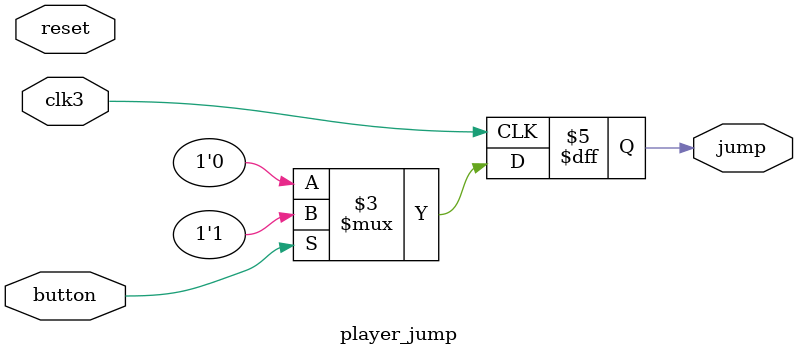
<source format=v>
`include "define.v"

module player_jump(clk3,reset,button,jump);
input clk3;
input reset;
input button;
output jump;
reg jump;
always@(posedge clk3)
begin
	if(button)
	begin
		jump<=1'b1;
	end
	else
	begin
		jump<=1'b0;
	end
end
endmodule
</source>
